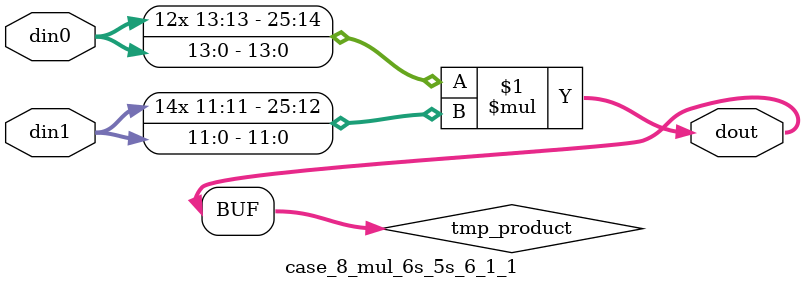
<source format=v>

`timescale 1 ns / 1 ps

 module case_8_mul_6s_5s_6_1_1(din0, din1, dout);
parameter ID = 1;
parameter NUM_STAGE = 0;
parameter din0_WIDTH = 14;
parameter din1_WIDTH = 12;
parameter dout_WIDTH = 26;

input [din0_WIDTH - 1 : 0] din0; 
input [din1_WIDTH - 1 : 0] din1; 
output [dout_WIDTH - 1 : 0] dout;

wire signed [dout_WIDTH - 1 : 0] tmp_product;



























assign tmp_product = $signed(din0) * $signed(din1);








assign dout = tmp_product;





















endmodule

</source>
